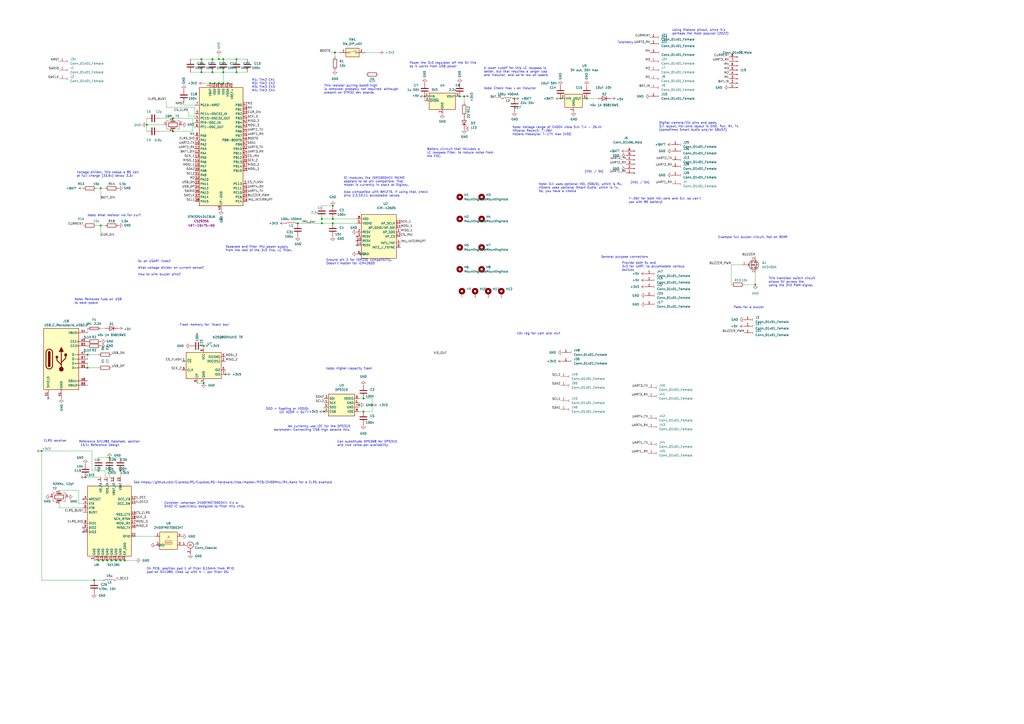
<source format=kicad_sch>
(kicad_sch (version 20211123) (generator eeschema)
  (paper "A2")
  (junction (at 186.69 127))
  (junction (at 325.12 57.15))
  (junction (at 129.54 48.26))
  (junction (at 186.69 129.54))
  (junction (at 246.38 55.88))
  (junction (at 137.16 41.91))
  (junction (at 129.54 34.29))
  (junction (at 208.28 234.95))
  (junction (at 137.16 34.29))
  (junction (at 62.23 325.12))
  (junction (at 130.81 217.17))
  (junction (at 129.54 41.91))
  (junction (at 72.39 325.12))
  (junction (at 210.82 238.76))
  (junction (at 187.96 238.76))
  (junction (at 63.5 265.43))
  (junction (at 193.04 119.38))
  (junction (at 54.61 336.55))
  (junction (at 193.04 129.54))
  (junction (at 193.04 127))
  (junction (at 123.19 41.91))
  (junction (at 67.31 325.12))
  (junction (at 57.15 273.05))
  (junction (at 69.85 325.12))
  (junction (at 69.85 273.05))
  (junction (at 118.11 200.66))
  (junction (at 116.84 41.91))
  (junction (at 269.24 55.88))
  (junction (at 50.8 205.74))
  (junction (at 64.77 325.12))
  (junction (at 63.5 273.05))
  (junction (at 124.46 48.26))
  (junction (at 59.69 325.12))
  (junction (at 123.19 34.29))
  (junction (at 194.31 30.48))
  (junction (at 85.09 72.39))
  (junction (at 340.36 57.15))
  (junction (at 438.15 165.1))
  (junction (at 215.9 234.95))
  (junction (at 49.53 276.86))
  (junction (at 116.84 34.29))
  (junction (at 57.15 325.12))
  (junction (at 127 48.26))
  (junction (at 127 34.29))
  (junction (at 298.45 57.15))
  (junction (at 121.92 48.26))
  (junction (at 50.8 213.36))
  (junction (at 172.72 129.54))
  (junction (at 118.11 222.25))
  (junction (at 100.33 68.58))
  (junction (at 132.08 48.26))
  (junction (at 100.33 76.2))
  (junction (at 58.42 130.81))
  (junction (at 24.13 261.62))
  (junction (at 210.82 231.14))
  (junction (at 266.7 55.88))
  (junction (at 58.42 109.22))
  (no_connect (at 48.26 289.56))
  (no_connect (at 48.26 308.61))
  (no_connect (at 48.26 306.07))
  (no_connect (at 27.94 231.14))
  (no_connect (at 207.01 137.16))
  (no_connect (at 207.01 139.7))
  (no_connect (at 207.01 142.24))
  (wire (pts (xy 191.77 30.48) (xy 194.31 30.48)))
  (wire (pts (xy 438.15 158.75) (xy 438.15 165.1)))
  (wire (pts (xy 111.76 73.66) (xy 111.76 76.2)))
  (wire (pts (xy 96.52 62.23) (xy 113.03 62.23)))
  (wire (pts (xy 50.8 205.74) (xy 50.8 208.28)))
  (wire (pts (xy 266.7 55.88) (xy 269.24 55.88)))
  (wire (pts (xy 186.69 129.54) (xy 193.04 129.54)))
  (wire (pts (xy 111.76 71.12) (xy 113.03 71.12)))
  (wire (pts (xy 34.29 294.64) (xy 48.26 294.64)))
  (wire (pts (xy 53.34 273.05) (xy 53.34 261.62)))
  (wire (pts (xy 116.84 34.29) (xy 123.19 34.29)))
  (wire (pts (xy 58.42 130.81) (xy 58.42 137.16)))
  (wire (pts (xy 212.09 30.48) (xy 219.71 30.48)))
  (wire (pts (xy 129.54 41.91) (xy 137.16 41.91)))
  (wire (pts (xy 96.52 58.42) (xy 96.52 62.23)))
  (wire (pts (xy 129.54 41.91) (xy 129.54 48.26)))
  (wire (pts (xy 424.18 153.67) (xy 430.53 153.67)))
  (wire (pts (xy 34.29 284.48) (xy 45.72 284.48)))
  (wire (pts (xy 55.88 130.81) (xy 58.42 130.81)))
  (wire (pts (xy 63.5 276.86) (xy 66.04 276.86)))
  (wire (pts (xy 187.96 236.22) (xy 187.96 238.76)))
  (wire (pts (xy 57.15 213.36) (xy 50.8 213.36)))
  (wire (pts (xy 34.29 292.1) (xy 34.29 294.64)))
  (wire (pts (xy 113.03 62.23) (xy 113.03 66.04)))
  (wire (pts (xy 127 48.26) (xy 129.54 48.26)))
  (wire (pts (xy 49.53 276.86) (xy 58.42 276.86)))
  (wire (pts (xy 57.15 325.12) (xy 59.69 325.12)))
  (wire (pts (xy 100.33 76.2) (xy 111.76 76.2)))
  (wire (pts (xy 85.09 72.39) (xy 85.09 76.2)))
  (wire (pts (xy 208.28 233.68) (xy 208.28 234.95)))
  (wire (pts (xy 55.88 109.22) (xy 58.42 109.22)))
  (wire (pts (xy 85.09 72.39) (xy 95.25 72.39)))
  (wire (pts (xy 63.5 273.05) (xy 63.5 276.86)))
  (wire (pts (xy 127 31.75) (xy 127 34.29)))
  (wire (pts (xy 106.68 60.96) (xy 106.68 59.69)))
  (wire (pts (xy 92.71 68.58) (xy 100.33 68.58)))
  (wire (pts (xy 123.19 41.91) (xy 129.54 41.91)))
  (wire (pts (xy 114.3 222.25) (xy 118.11 222.25)))
  (wire (pts (xy 172.72 129.54) (xy 186.69 129.54)))
  (wire (pts (xy 64.77 325.12) (xy 67.31 325.12)))
  (wire (pts (xy 137.16 41.91) (xy 143.51 41.91)))
  (wire (pts (xy 57.15 265.43) (xy 63.5 265.43)))
  (wire (pts (xy 193.04 127) (xy 207.01 127)))
  (wire (pts (xy 118.11 200.66) (xy 118.11 201.93)))
  (wire (pts (xy 194.31 30.48) (xy 196.85 30.48)))
  (wire (pts (xy 186.69 119.38) (xy 193.04 119.38)))
  (wire (pts (xy 53.34 261.62) (xy 24.13 261.62)))
  (wire (pts (xy 62.23 325.12) (xy 64.77 325.12)))
  (wire (pts (xy 85.09 68.58) (xy 85.09 72.39)))
  (wire (pts (xy 208.28 234.95) (xy 208.28 236.22)))
  (wire (pts (xy 215.9 234.95) (xy 215.9 238.76)))
  (wire (pts (xy 69.85 325.12) (xy 72.39 325.12)))
  (wire (pts (xy 129.54 48.26) (xy 132.08 48.26)))
  (wire (pts (xy 194.31 30.48) (xy 194.31 33.02)))
  (wire (pts (xy 72.39 325.12) (xy 78.74 325.12)))
  (wire (pts (xy 208.28 231.14) (xy 210.82 231.14)))
  (wire (pts (xy 58.42 130.81) (xy 60.96 130.81)))
  (wire (pts (xy 269.24 55.88) (xy 269.24 59.69)))
  (wire (pts (xy 67.31 325.12) (xy 69.85 325.12)))
  (wire (pts (xy 118.11 48.26) (xy 121.92 48.26)))
  (wire (pts (xy 45.72 284.48) (xy 45.72 292.1)))
  (wire (pts (xy 186.69 127) (xy 193.04 127)))
  (wire (pts (xy 210.82 238.76) (xy 215.9 238.76)))
  (wire (pts (xy 62.23 276.86) (xy 60.96 276.86)))
  (wire (pts (xy 186.69 127) (xy 186.69 129.54)))
  (wire (pts (xy 57.15 273.05) (xy 60.96 273.05)))
  (wire (pts (xy 130.81 214.63) (xy 130.81 217.17)))
  (wire (pts (xy 210.82 231.14) (xy 215.9 231.14)))
  (wire (pts (xy 208.28 238.76) (xy 210.82 238.76)))
  (wire (pts (xy 50.8 210.82) (xy 50.8 213.36)))
  (wire (pts (xy 124.46 48.26) (xy 127 48.26)))
  (wire (pts (xy 110.49 41.91) (xy 116.84 41.91)))
  (wire (pts (xy 58.42 190.5) (xy 60.96 190.5)))
  (wire (pts (xy 113.03 73.66) (xy 111.76 73.66)))
  (wire (pts (xy 431.8 165.1) (xy 438.15 165.1)))
  (wire (pts (xy 113.03 60.96) (xy 106.68 60.96)))
  (wire (pts (xy 24.13 336.55) (xy 54.61 336.55)))
  (wire (pts (xy 113.03 68.58) (xy 113.03 67.31)))
  (wire (pts (xy 54.61 325.12) (xy 57.15 325.12)))
  (wire (pts (xy 111.76 68.58) (xy 111.76 71.12)))
  (wire (pts (xy 92.71 76.2) (xy 100.33 76.2)))
  (wire (pts (xy 45.72 292.1) (xy 48.26 292.1)))
  (wire (pts (xy 58.42 109.22) (xy 60.96 109.22)))
  (wire (pts (xy 100.33 68.58) (xy 111.76 68.58)))
  (wire (pts (xy 129.54 34.29) (xy 137.16 34.29)))
  (wire (pts (xy 113.03 67.31) (xy 109.22 67.31)))
  (wire (pts (xy 60.96 276.86) (xy 60.96 273.05)))
  (wire (pts (xy 116.84 41.91) (xy 123.19 41.91)))
  (wire (pts (xy 110.49 34.29) (xy 116.84 34.29)))
  (wire (pts (xy 340.36 57.15) (xy 346.71 57.15)))
  (wire (pts (xy 63.5 265.43) (xy 69.85 265.43)))
  (wire (pts (xy 132.08 48.26) (xy 134.62 48.26)))
  (wire (pts (xy 137.16 34.29) (xy 143.51 34.29)))
  (wire (pts (xy 59.69 325.12) (xy 62.23 325.12)))
  (wire (pts (xy 57.15 273.05) (xy 53.34 273.05)))
  (wire (pts (xy 58.42 109.22) (xy 58.42 115.57)))
  (wire (pts (xy 54.61 336.55) (xy 59.69 336.55)))
  (wire (pts (xy 78.74 311.15) (xy 90.17 311.15)))
  (wire (pts (xy 121.92 48.26) (xy 124.46 48.26)))
  (wire (pts (xy 127 34.29) (xy 129.54 34.29)))
  (wire (pts (xy 69.85 273.05) (xy 69.85 276.86)))
  (wire (pts (xy 24.13 261.62) (xy 24.13 336.55)))
  (wire (pts (xy 50.8 193.04) (xy 50.8 190.5)))
  (wire (pts (xy 215.9 231.14) (xy 215.9 234.95)))
  (wire (pts (xy 123.19 34.29) (xy 127 34.29)))
  (wire (pts (xy 50.8 205.74) (xy 57.15 205.74)))
  (wire (pts (xy 193.04 129.54) (xy 207.01 129.54)))
  (wire (pts (xy 109.22 67.31) (xy 109.22 64.77)))
  (wire (pts (xy 246.38 55.88) (xy 246.38 58.42)))
  (wire (pts (xy 424.18 153.67) (xy 424.18 165.1)))
  (text "(HDL / SA)" (at 339.09 100.33 0) (effects (font (size 1.27 1.27)) (justify left bottom)))
  (text "todo: What resistor vls for cur?" (at 50.8 125.73 0) (effects (font (size 1.27 1.27)) (justify left bottom)))
  (text "Consider Johanson 2450FM07D0034T: It's a \n0402 IC specicially designed to filter this chip." (at 95.25 294.64 0) (effects (font (size 1.27 1.27)) (justify left bottom)))
  (text "5v on USART lines?\n" (at 80.01 152.4 0) (effects (font (size 1.27 1.27)) (justify left bottom)))
  (text "(HDL / SA)" (at 365.76 106.68 0) (effects (font (size 1.27 1.27)) (justify left bottom)))
  (text "Telemetry" (at 358.14 25.4 0) (effects (font (size 1.27 1.27)) (justify left bottom)))
  (text "How to wire buzzer pins?" (at 80.01 160.02 0) (effects (font (size 1.27 1.27)) (justify left bottom)))
  (text "M1: Tim2 Ch1\nM2: Tim2 Ch2\nM3: Tim3 Ch3\nM4: Tim3 Ch4" (at 146.05 53.34 0) (effects (font (size 1.27 1.27)) (justify left bottom)))
  (text "General purpose connectors" (at 375.92 149.86 180) (effects (font (size 1.27 1.27)) (justify right bottom)))
  (text "Voltage divider. This keeps a 8S cell\nat full charge (33.6v) below 3.3v" (at 44.45 102.87 0) (effects (font (size 1.27 1.27)) (justify left bottom)))
  (text "Battery cicrcuit that includes a\nLC lowpass filter, to reduce noise from\nthe ESC." (at 247.65 91.44 0) (effects (font (size 1.27 1.27)) (justify left bottom)))
  (text "Digital camera/Vtx pins and pads.\nDJI layout. Hd-zero layout is GND, Pwr, Rx, Tx,\n(sometimes Smart Audio and/or SBUS?)" (at 382.27 76.2 0) (effects (font (size 1.27 1.27)) (justify left bottom)))
  (text "todo: Higher capacity flash" (at 189.23 214.63 0) (effects (font (size 1.27 1.27)) (justify left bottom)))
  (text "Note: Removed fuse on USB\nto save space" (at 43.18 176.53 0) (effects (font (size 1.27 1.27)) (justify left bottom)))
  (text "On PCB, position pad 1 of filter 0.15mm from RFIO \npad on SX1280, lined up with it - per filter DS." (at 85.09 332.74 0) (effects (font (size 1.27 1.27)) (justify left bottom)))
  (text "Reference SX1280 Datsheet, section\n 15.1: Reference Design" (at 45.72 259.08 0) (effects (font (size 1.27 1.27)) (justify left bottom)))
  (text "We currently use I2C for the DPS310\nbarometer. Connecting CSB high selects this." (at 203.2 250.19 0) (effects (font (size 1.27 1.27)) (justify right bottom)))
  (text "Separate and filter IMU power supply\nfrom the rest of the 3v3 line. LC filter." (at 130.81 146.05 0) (effects (font (size 1.27 1.27)) (justify left bottom)))
  (text "This transisor switch circuit\nallows 5V across the,\nusing the 3V3 PWM signal." (at 445.77 166.37 0) (effects (font (size 1.27 1.27)) (justify left bottom)))
  (text "10v reg for cam and vtx?" (at 299.72 194.31 0) (effects (font (size 1.27 1.27)) (justify left bottom)))
  (text "Provide both 5v and \n3v3 for UART, to accomodate various\ndevices" (at 360.68 157.48 0) (effects (font (size 1.27 1.27)) (justify left bottom)))
  (text "todo: Check max v on inductor\n" (at 280.67 52.07 0) (effects (font (size 1.27 1.27)) (justify left bottom)))
  (text "ST modules like ISM330DHCX iNEMO\nappears to be pin compatible. That\nmodel is currently in stock at Digikey.\n\nAlso compatible with BMI270. If using that, check\npins 2,3,10,11 acceptable values\n" (at 199.39 114.3 0) (effects (font (size 1.27 1.27)) (justify left bottom)))
  (text "Example full buzzer circuit. Not on BOM!" (at 416.56 138.43 0) (effects (font (size 1.27 1.27)) (justify left bottom)))
  (text "This resistor pulling boot0 high\nis removed; probably not required, although\npresent on STM32 dev boards" (at 187.96 54.61 0) (effects (font (size 1.27 1.27)) (justify left bottom)))
  (text "See https://github.com/ExpressLRS/ExpressLRS-Hardware/tree/master/PCB/2400MHz/RX_Nano for a ELRS example" (at 77.47 280.67 0) (effects (font (size 1.27 1.27)) (justify left bottom)))
  (text "Ground pin 2 for ISM330 compatibility.\nDoesn't matter for ICM42605\n" (at 189.23 153.67 0) (effects (font (size 1.27 1.27)) (justify left bottom)))
  (text "Using Diatone pinout, since it's\nperhaps the most popular (2022)" (at 389.89 20.32 0) (effects (font (size 1.27 1.27)) (justify left bottom)))
  (text "What voltage divider on current sense?\n" (at 80.01 156.21 0) (effects (font (size 1.27 1.27)) (justify left bottom)))
  (text "A lower cutoff for this LC lowpass is\nbetter, but that requires a larger cap\nand inductor, and we're low on space." (at 280.67 44.45 0) (effects (font (size 1.27 1.27)) (justify left bottom)))
  (text "Flash memory for \"black box\"" (at 104.14 189.23 0) (effects (font (size 1.27 1.27)) (justify left bottom)))
  (text "Note: Voltage range of CADDX vista DJI: 7.4 - 26.4V\nHDzero: Racev2: 7-26V\nHdzero freestyle: 7-17V max (4S!)" (at 297.18 78.74 0) (effects (font (size 1.27 1.27)) (justify left bottom)))
  (text "ELRS receiver\n" (at 25.4 256.54 0) (effects (font (size 1.27 1.27)) (justify left bottom)))
  (text "Note: DJI uses optional HDL (SBUS), which is Rx.\nHDzero uses optional Smart Audio, which is Tx.\nSo, you have a choice" (at 312.42 111.76 0) (effects (font (size 1.27 1.27)) (justify left bottom)))
  (text "Pads for a buzzer" (at 443.23 179.07 180) (effects (font (size 1.27 1.27)) (justify right bottom)))
  (text "Can substitude DPS368 for DPS310\nand vice versa per availability" (at 195.58 259.08 0) (effects (font (size 1.27 1.27)) (justify left bottom)))
  (text "SDO = floating or VDDIO:\nI2C ADDR = 0x77" (at 179.07 240.03 180) (effects (font (size 1.27 1.27)) (justify right bottom)))
  (text "Power the 3v3 regulator off the 5V line\nso it works from USB power" (at 237.49 39.37 0) (effects (font (size 1.27 1.27)) (justify left bottom)))
  (text "7-26V for both HD-zero and DJI, so can't \nuse with 8S battery!" (at 364.49 118.11 0) (effects (font (size 1.27 1.27)) (justify left bottom)))
  (label "SDA1" (at 143.51 83.82 0))
  (label "M3" (at 377.19 35.56 180))
  (label "VID_OUT" (at 251.46 205.74 0))
  (label "V_DCC2" (at 67.31 336.55 0))
  (label "M2" (at 113.03 104.14 180))
  (label "M2" (at 422.91 43.18 180))
  (label "IMU_INTERRUPT" (at 232.41 140.97 0))
  (label "MOSI_2" (at 143.51 99.06 0))
  (label "SWCLK" (at 113.03 114.3 180))
  (label "CUR_DIV" (at 143.51 66.04 0))
  (label "MISO_3" (at 143.51 71.12 0))
  (label "UART2_RX" (at 363.22 95.25 180))
  (label "USB_DP" (at 113.03 109.22 180))
  (label "M3" (at 143.51 60.96 0))
  (label "M4" (at 377.19 30.48 180))
  (label "UART3_RX" (at 375.92 229.87 180))
  (label "M3" (at 422.91 40.64 180))
  (label "IMU_INTERRUPT" (at 143.51 116.84 0))
  (label "BUZZER_PWM" (at 143.51 114.3 0))
  (label "MOSI_3" (at 78.74 303.53 0))
  (label "CURRENT" (at 422.91 33.02 180))
  (label "MOSI_3" (at 143.51 73.66 0))
  (label "UART4_RX" (at 143.51 109.22 0))
  (label "ELRS_BUSY" (at 48.26 297.18 180))
  (label "SCL2" (at 187.96 233.68 180))
  (label "M4" (at 422.91 38.1 180))
  (label "UART1_RX" (at 143.51 78.74 0))
  (label "MISO_2" (at 143.51 96.52 0))
  (label "M1" (at 377.19 45.72 180))
  (label "USB_DP" (at 64.77 213.36 0))
  (label "UART2_RX" (at 113.03 86.36 180))
  (label "UART3_TX" (at 143.51 86.36 0))
  (label "BAT_IN" (at 290.83 57.15 180))
  (label "UART4_TX" (at 143.51 111.76 0))
  (label "SDA1" (at 325.12 237.49 180))
  (label "SCK_3" (at 143.51 68.58 0))
  (label "UART3_RX" (at 422.91 35.56 180))
  (label "UART4_RX" (at 375.92 247.65 180))
  (label "BATT_DIV" (at 113.03 88.9 180))
  (label "V_DCC2" (at 78.74 292.1 0))
  (label "UART1_TX" (at 375.92 257.81 180))
  (label "SCK_1" (at 232.41 129.54 0))
  (label "CS_IMU" (at 232.41 137.16 0))
  (label "ELRS_DIO" (at 48.26 303.53 180))
  (label "SCK_3" (at 78.74 300.99 0))
  (label "BUZZER" (at 438.15 148.59 180))
  (label "CS_FLASH" (at 143.51 106.68 0))
  (label "UART3_TX" (at 375.92 224.79 180))
  (label "NRST" (at 34.29 35.56 180))
  (label "SCK_2" (at 143.51 93.98 0))
  (label "SCL2" (at 325.12 218.44 180))
  (label "MISO_2" (at 130.81 209.55 0))
  (label "UART2_TX" (at 363.22 92.71 180))
  (label "M1" (at 113.03 78.74 180))
  (label "BATT_DIV" (at 58.42 115.57 0))
  (label "BAT_IN" (at 422.91 48.26 180))
  (label "NRST" (at 106.68 60.96 180))
  (label "UART2_RX" (at 389.89 96.52 180))
  (label "SCL2" (at 113.03 101.6 180))
  (label "CS_ELRS" (at 78.74 298.45 0))
  (label "UART3_RX" (at 143.51 88.9 0))
  (label "UART4_TX" (at 375.92 242.57 180))
  (label "MISO_1" (at 113.03 93.98 180))
  (label "MISO_1" (at 232.41 134.62 0))
  (label "UART2_TX" (at 389.89 92.71 180))
  (label "ELRS_BUSY" (at 96.52 58.42 180))
  (label "SCK_1" (at 113.03 91.44 180))
  (label "SWCLK" (at 34.29 45.72 180))
  (label "V_DCC" (at 78.74 289.56 0))
  (label "BOOT0" (at 143.51 81.28 0))
  (label "SWDIO" (at 113.03 111.76 180))
  (label "USB_DN" (at 113.03 106.68 180))
  (label "CS_FLASH" (at 105.41 209.55 180))
  (label "M4" (at 143.51 63.5 0))
  (label "SDA2" (at 187.96 231.14 180))
  (label "CURRENT" (at 48.26 130.81 180))
  (label "UART1_RX" (at 375.92 262.89 180))
  (label "UART1_RX" (at 389.89 106.68 180))
  (label "UART1_RX" (at 363.22 100.33 180))
  (label "SCL1" (at 325.12 232.41 180))
  (label "M2" (at 377.19 40.64 180))
  (label "UART1_TX" (at 143.51 76.2 0))
  (label "MOSI_2" (at 130.81 207.01 0))
  (label "MISO_3" (at 78.74 306.07 0))
  (label "ELRS_DIO" (at 113.03 81.28 180))
  (label "CS_ELRS" (at 109.22 64.77 180))
  (label "IMU_pwr" (at 175.26 129.54 0))
  (label "USB_DN" (at 64.77 205.74 0))
  (label "BUZZER_PWM" (at 424.18 153.67 180))
  (label "SWDIO" (at 34.29 40.64 180))
  (label "SCL1" (at 113.03 116.84 180))
  (label "M1" (at 422.91 45.72 180))
  (label "UART2_TX" (at 113.03 83.82 180))
  (label "SDA2" (at 113.03 99.06 180))
  (label "BUZZER_PWM" (at 431.8 193.04 180))
  (label "BAT_IN" (at 377.19 50.8 180))
  (label "MOSI_1" (at 113.03 96.52 180))
  (label "SCK_2" (at 105.41 214.63 180))
  (label "MOSI_1" (at 232.41 132.08 0))
  (label "BOOT0" (at 191.77 30.48 180))
  (label "CURRENT" (at 377.19 21.59 180))
  (label "SDA2" (at 325.12 223.52 180))
  (label "CS_IMU" (at 143.51 91.44 0))
  (label "CUR_DIV" (at 58.42 137.16 0))
  (label "UART3_RX" (at 377.19 25.4 180))
  (symbol (lib_id "power:GND") (at 431.8 185.42 270) (unit 1)
    (property "Reference" "#PWR0164" (effects hide))
    (property "Value" "GND" (at 424.18 185.42 90) (effects (justify left)))
  )
  (symbol (lib_id "Anyleaf_Shared:STM32G431CBU6") (at 128.27 83.82 0) (unit 1)
    (property "Reference" "U1" (at 128.27 127 0))
    (property "Value" "STM32G431CBU6" (at 116.84 125.73 0))
    (property "Footprint" "Package_DFN_QFN:QFN-48-1EP_7x7mm_P0.5mm_EP5.6x5.6mm" (effects hide))
    (property "Datasheet" "https://www.st.com/resource/en/datasheet/stm32g431cb.pdf" (effects hide))
    (property "LCSC" "C529356" (at 116.84 128.27 0))
    (property "Digikey" "497-19475-ND" (at 116.84 130.81 0))
  )
  (symbol (lib_id "Connector:Conn_01x01_Female") (at 381 224.79 0) (unit 1)
    (property "Reference" "J40" (at 382.27 223.5199 0) (effects (justify left)))
    (property "Value" "Conn_01x01_Female" (at 382.27 226.0599 0) (effects (justify left)))
    (property "Footprint" "TestPoint:TestPoint_Pad_2.0x2.0mm" (effects hide))
  )
  (symbol (lib_id "Device:R") (at 60.96 213.36 90) (unit 1)
    (property "Reference" "R5" (at 59.69 209.55 0))
    (property "Value" "22" (at 62.23 209.55 0))
    (property "Footprint" "Resistor_SMD:R_0402_1005Metric" (effects hide))
    (property "LCSC" "C25092" (effects hide))
  )
  (symbol (lib_id "power:GND") (at 332.74 64.77 0) (unit 1)
    (property "Reference" "#PWR0146" (effects hide))
    (property "Value" "GND" (at 332.867 69.1642 0))
  )
  (symbol (lib_id "power:+5V") (at 374.65 158.75 90) (unit 1)
    (property "Reference" "#PWR0144" (effects hide))
    (property "Value" "+5V" (at 370.84 158.7499 90) (effects (justify left)))
  )
  (symbol (lib_id "Device:C") (at 106.68 55.88 0) (unit 1)
    (property "Reference" "C18" (at 110.49 54.6099 0) (effects (justify left)))
    (property "Value" "100n" (at 109.22 57.15 0) (effects (justify left)))
    (property "Footprint" "Capacitor_SMD:C_0402_1005Metric" (effects hide))
    (property "LCSC" "C1525" (effects hide))
  )
  (symbol (lib_id "Device:C") (at 340.36 53.34 0) (unit 1)
    (property "Reference" "C15" (at 334.01 50.8 0) (effects (justify left)))
    (property "Value" "10uF 10V" (at 345.44 50.8 0) (effects (justify left)))
    (property "Footprint" "Capacitor_SMD:C_0603_1608Metric" (effects hide))
    (property "LCSC" "C19702" (effects hide))
  )
  (symbol (lib_id "Device:C") (at 172.72 133.35 180) (unit 1)
    (property "Reference" "C31" (at 170.18 134.62 0) (effects (justify left)))
    (property "Value" "100u" (at 170.18 137.16 0) (effects (justify left)))
    (property "Footprint" "Capacitor_SMD:C_0805_2012Metric" (effects hide))
    (property "LCSC" "C141660" (effects hide))
  )
  (symbol (lib_id "Connector:Conn_01x01_Female") (at 379.73 162.56 0) (unit 1)
    (property "Reference" "J16" (at 381 161.2899 0) (effects (justify left)))
    (property "Value" "Conn_01x01_Female" (at 381 163.8299 0) (effects (justify left)))
    (property "Footprint" "TestPoint:TestPoint_Pad_2.0x2.0mm" (effects hide))
  )
  (symbol (lib_id "Device:C") (at 210.82 227.33 0) (unit 1)
    (property "Reference" "C2" (at 214.63 226.0599 0) (effects (justify left)))
    (property "Value" "100n" (at 212.09 229.87 0) (effects (justify left)))
    (property "Footprint" "Capacitor_SMD:C_0402_1005Metric" (effects hide))
    (property "LCSC" "C1525" (effects hide))
  )
  (symbol (lib_id "Device:C") (at 57.15 269.24 0) (unit 1)
    (property "Reference" "C28" (at 54.61 271.78 0) (effects (justify left)))
    (property "Value" "10n" (at 54.61 266.7 0) (effects (justify left)))
    (property "Footprint" "Capacitor_SMD:C_0402_1005Metric" (effects hide))
    (property "LCSC" "C15195" (effects hide))
  )
  (symbol (lib_id "Connector:Conn_01x01_Female") (at 394.97 92.71 0) (unit 1)
    (property "Reference" "J13" (at 396.24 91.4399 0) (effects (justify left)))
    (property "Value" "Conn_01x01_Female" (at 396.24 93.9799 0) (effects (justify left)))
    (property "Footprint" "TestPoint:TestPoint_Pad_1.5x1.5mm" (effects hide))
  )
  (symbol (lib_id "power:GND") (at 389.89 101.6 270) (unit 1)
    (property "Reference" "#PWR0113" (effects hide))
    (property "Value" "GND" (at 386.08 101.5999 90) (effects (justify right)))
  )
  (symbol (lib_id "Device:L") (at 63.5 336.55 90) (unit 1)
    (property "Reference" "L3" (at 63.5 337.82 90))
    (property "Value" "15u" (at 63.5 334.01 90))
    (property "Footprint" "Inductor_SMD:L_0805_2012Metric" (effects hide))
    (property "LCSC" "C154120" (effects hide))
  )
  (symbol (lib_id "Switch:SW_DIP_x01") (at 204.47 30.48 0) (unit 1)
    (property "Reference" "SW1" (at 204.47 22.86 0))
    (property "Value" "SW_DIP_x01" (at 204.47 25.4 0))
    (property "Footprint" "Anyleaf_Shared:SW-SMD-2_3.6x6.0x8.0" (effects hide))
    (property "LCSC" "C354946" (effects hide))
  )
  (symbol (lib_id "power:GND") (at 326.39 204.47 270) (unit 1)
    (property "Reference" "#PWR0145" (effects hide))
    (property "Value" "GND" (at 322.58 204.4699 90) (effects (justify right)))
  )
  (symbol (lib_id "power:+BATT") (at 298.45 57.15 270) (unit 1)
    (property "Reference" "#PWR0125" (effects hide))
    (property "Value" "+BATT" (at 302.26 57.15 90) (effects (justify left)))
  )
  (symbol (lib_id "power:+3V3") (at 219.71 30.48 270) (unit 1)
    (property "Reference" "#PWR0116" (effects hide))
    (property "Value" "+3V3" (at 223.52 30.4799 90) (effects (justify left)))
  )
  (symbol (lib_id "Connector:Conn_01x01_Female") (at 331.47 209.55 0) (unit 1)
    (property "Reference" "J30" (at 332.74 208.2799 0) (effects (justify left)))
    (property "Value" "Conn_01x01_Female" (at 332.74 210.8199 0) (effects (justify left)))
    (property "Footprint" "TestPoint:TestPoint_Pad_2.0x2.0mm" (effects hide))
  )
  (symbol (lib_id "Device:Fuse") (at 54.61 190.5 270) (unit 1)
    (property "Reference" "F1" (at 54.61 185.4962 90))
    (property "Value" "6V, 2.2A" (at 54.61 187.8076 90))
    (property "Footprint" "Fuse:Fuse_0805_2012Metric" (effects hide))
    (property "LCSC" "C70062" (effects hide))
  )
  (symbol (lib_id "power:GND") (at 54.61 344.17 0) (unit 1)
    (property "Reference" "#PWR0153" (effects hide))
    (property "Value" "GND" (at 57.15 345.4399 0) (effects (justify left)))
  )
  (symbol (lib_id "Anyleaf_Shared:ICM-42605") (at 219.71 134.62 0) (unit 1)
    (property "Reference" "U2" (at 222.25 118.11 0) (effects (justify left)))
    (property "Value" "ICM-42605" (at 218.44 120.65 0) (effects (justify left)))
    (property "Footprint" "Package_LGA:LGA-14_3x2.5mm_P0.5mm_LayoutBorder3x4y" (effects hide))
    (property "Datasheet" "https://3cfeqx1hf82y3xcoull08ihx-wpengine.netdna-ssl.com/wp-content/uploads/2020/09/DS-000292-ICM-42605-v1.5.pdf" (effects hide))
    (property "Digikey" "1428-1152-2-ND" (effects hide))
    (property "Mouser" "410-ICM-42605" (effects hide))
    (property "LCSC" "C2655099" (effects hide))
    (property "Digikey_ST_alt" "497-19784-1-ND" (effects hide))
  )
  (symbol (lib_id "Connector:Conn_01x01_Female") (at 382.27 55.88 0) (unit 1)
    (property "Reference" "J10" (at 383.54 54.6099 0) (effects (justify left)))
    (property "Value" "Conn_01x01_Female" (at 383.54 57.1499 0) (effects (justify left)))
    (property "Footprint" "TestPoint:TestPoint_Pad_2.0x2.0mm" (effects hide))
  )
  (symbol (lib_id "power:GND") (at 29.21 288.29 270) (unit 1)
    (property "Reference" "#PWR0136" (effects hide))
    (property "Value" "GND" (at 25.4 290.83 90) (effects (justify left)))
  )
  (symbol (lib_id "power:+3.3V") (at 130.81 217.17 270) (unit 1)
    (property "Reference" "#PWR0166" (effects hide))
    (property "Value" "+3.3V" (at 134.62 217.1699 90) (effects (justify left)))
  )
  (symbol (lib_id "power:+BATT") (at 325.12 57.15 90) (unit 1)
    (property "Reference" "#PWR0150" (effects hide))
    (property "Value" "+BATT" (at 321.31 57.1499 90) (effects (justify left)))
  )
  (symbol (lib_id "Connector:Conn_01x01_Female") (at 436.88 189.23 0) (unit 1)
    (property "Reference" "J37" (at 438.15 187.9599 0) (effects (justify left)))
    (property "Value" "Conn_01x01_Female" (at 438.15 190.4999 0) (effects (justify left)))
    (property "Footprint" "TestPoint:TestPoint_Pad_1.5x1.5mm" (effects hide))
  )
  (symbol (lib_id "Filter:SAFFA1G58KA0F0A") (at 97.79 313.69 0) (unit 1)
    (property "Reference" "U6" (at 97.79 303.53 0))
    (property "Value" "2450FM07D0034T" (at 97.79 306.07 0))
    (property "Footprint" "Anyleaf_Shared:2450FM07D0034" (effects hide))
    (property "Datasheet" "https://www.mouser.com/datasheet/2/611/2450FM07D0034-1519359.pdf" (effects hide))
    (property "Mouser" "609-2450FM07D0034T" (effects hide))
    (property "Alt part number:" "2450FM07A0029T" (effects hide))
  )
  (symbol (lib_id "Mechanical:MountingHole_Pad") (at 283.21 170.18 0) (unit 1)
    (property "Reference" "H11" (at 285.75 167.6399 0) (effects (justify left)))
    (property "Value" "MountingHole_Pad" (effects hide))
    (property "Footprint" "Anyleaf_Shared:Mouse bites_7mm" (effects hide))
  )
  (symbol (lib_id "Device:C") (at 246.38 52.07 0) (unit 1)
    (property "Reference" "C7" (at 240.03 49.53 0) (effects (justify left)))
    (property "Value" "1u 50V" (at 236.22 52.07 0) (effects (justify left)))
    (property "Footprint" "Capacitor_SMD:C_0603_1608Metric" (effects hide))
    (property "LCSC" "C15849" (effects hide))
  )
  (symbol (lib_id "power:GND") (at 172.72 137.16 0) (unit 1)
    (property "Reference" "#PWR0170" (effects hide))
    (property "Value" "GND" (at 172.847 141.5542 0))
  )
  (symbol (lib_id "Connector:Conn_01x01_Female") (at 331.47 204.47 0) (unit 1)
    (property "Reference" "J48" (at 332.74 203.1999 0) (effects (justify left)))
    (property "Value" "Conn_01x01_Female" (at 332.74 205.7399 0) (effects (justify left)))
    (property "Footprint" "TestPoint:TestPoint_Pad_2.0x2.0mm" (effects hide))
  )
  (symbol (lib_id "power:+3.3V") (at 269.24 55.88 270) (unit 1)
    (property "Reference" "#PWR0119" (effects hide))
    (property "Value" "+3.3V" (at 273.6342 56.261 0))
  )
  (symbol (lib_id "Mechanical:MountingHole") (at 279.4 143.51 0) (unit 1)
    (property "Reference" "H7" (at 281.94 142.2399 0) (effects (justify left)))
    (property "Value" "MountingHole" (at 281.94 144.7799 0) (effects (justify left)))
    (property "Footprint" "MountingHole:MountingHole_3.2mm_M3" (effects hide))
  )
  (symbol (lib_id "power:+5V") (at 374.65 162.56 90) (unit 1)
    (property "Reference" "#PWR0162" (effects hide))
    (property "Value" "+5V" (at 370.84 162.5599 90) (effects (justify left)))
  )
  (symbol (lib_id "power:+3.3V") (at 215.9 234.95 270) (unit 1)
    (property "Reference" "#PWR0107" (effects hide))
    (property "Value" "+3.3V" (at 219.71 234.9499 90) (effects (justify left)))
  )
  (symbol (lib_id "power:GND") (at 194.31 40.64 0) (unit 1)
    (property "Reference" "#PWR0115" (effects hide))
    (property "Value" "GND" (at 194.31 45.72 0))
  )
  (symbol (lib_id "Device:C") (at 110.49 38.1 0) (unit 1)
    (property "Reference" "C16" (at 114.3 36.8299 0) (effects (justify left)))
    (property "Value" "100n" (at 113.03 39.37 0) (effects (justify left)))
    (property "Footprint" "Capacitor_SMD:C_0402_1005Metric" (effects hide))
    (property "LCSC" "C1525" (effects hide))
  )
  (symbol (lib_id "power:GND") (at 207.01 134.62 270) (unit 1)
    (property "Reference" "#PWR0109" (effects hide))
    (property "Value" "GND" (at 203.2 132.08 90) (effects (justify left)))
  )
  (symbol (lib_id "Connector:Conn_01x01_Female") (at 381 242.57 0) (unit 1)
    (property "Reference" "J42" (at 382.27 241.2999 0) (effects (justify left)))
    (property "Value" "Conn_01x01_Female" (at 382.27 243.8399 0) (effects (justify left)))
    (property "Footprint" "TestPoint:TestPoint_Pad_2.0x2.0mm" (effects hide))
  )
  (symbol (lib_id "power:GND") (at 39.37 288.29 90) (unit 1)
    (property "Reference" "#PWR0131" (effects hide))
    (property "Value" "GND" (at 40.64 290.83 90) (effects (justify right)))
  )
  (symbol (lib_id "Mechanical:MountingHole") (at 279.4 156.21 0) (unit 1)
    (property "Reference" "H8" (at 281.94 154.9399 0) (effects (justify left)))
    (property "Value" "MountingHole" (at 281.94 157.4799 0) (effects (justify left)))
    (property "Footprint" "MountingHole:MountingHole_3.2mm_M3" (effects hide))
  )
  (symbol (lib_id "power:+BATT") (at 363.22 87.63 90) (unit 1)
    (property "Reference" "#PWR0177" (effects hide))
    (property "Value" "+BATT" (at 359.41 87.6299 90) (effects (justify left)))
  )
  (symbol (lib_id "Mechanical:MountingHole") (at 266.7 143.51 0) (unit 1)
    (property "Reference" "H5" (at 269.24 142.2399 0) (effects (justify left)))
    (property "Value" "MountingHole" (at 269.24 144.7799 0) (effects (justify left)))
    (property "Footprint" "MountingHole:MountingHole_3.2mm_M3" (effects hide))
  )
  (symbol (lib_id "Device:C") (at 54.61 340.36 0) (unit 1)
    (property "Reference" "C26" (at 58.42 339.0899 0) (effects (justify left)))
    (property "Value" "470n, 10V" (at 57.15 341.63 0) (effects (justify left)))
    (property "Footprint" "Capacitor_SMD:C_0402_1005Metric" (effects hide))
    (property "LCSC" "C47339" (effects hide))
  )
  (symbol (lib_id "power:+BATT") (at 48.26 109.22 90) (unit 1)
    (property "Reference" "#PWR0169" (effects hide))
    (property "Value" "+BATT" (at 44.45 109.22 90) (effects (justify left)))
  )
  (symbol (lib_id "power:+3.3V") (at 187.96 238.76 90) (unit 1)
    (property "Reference" "#PWR0122" (effects hide))
    (property "Value" "+3.3V" (at 179.07 238.76 90) (effects (justify right)))
  )
  (symbol (lib_id "Anyleaf_Shared:SX1281") (at 63.5 304.8 0) (unit 1)
    (property "Reference" "U8" (at 54.61 327.66 0) (effects (justify left)))
    (property "Value" "SX1281" (at 62.23 327.66 0) (effects (justify left)))
    (property "Footprint" "Package_DFN_QFN:QFN-24-1EP_4x4mm_P0.5mm_EP2.6x2.6mm" (effects hide))
    (property "Datasheet" "https://semtech.my.salesforce.com/sfc/p/#E0000000JelG/a/2R0000001Rbr/6EfVZUorrpoKFfvaF_Fkpgp5kzjiNyiAbqcpqh9qSjE" (effects hide))
    (property "Digikey" "SX1281IMLTRTTR-ND" (effects hide))
    (property "LCSC" "C2151551" (effects hide))
  )
  (symbol (lib_id "power:GND") (at 208.28 234.95 90) (unit 1)
    (property "Reference" "#PWR0108" (effects hide))
    (property "Value" "GND" (at 212.09 234.9499 90) (effects (justify right)))
  )
  (symbol (lib_id "Device:R") (at 52.07 109.22 270) (unit 1)
    (property "Reference" "R13" (at 46.99 106.68 90))
    (property "Value" "15k" (at 55.88 106.68 90))
    (property "Footprint" "Resistor_SMD:R_0402_1005Metric" (effects hide))
    (property "LCSC" "C25756" (effects hide))
  )
  (symbol (lib_id "Device:C") (at 186.69 123.19 0) (unit 1)
    (property "Reference" "C1" (at 184.15 120.65 0) (effects (justify left)))
    (property "Value" "2.2u" (at 180.34 123.19 0) (effects (justify left)))
    (property "Footprint" "Capacitor_SMD:C_0402_1005Metric" (effects hide))
    (property "LCSC" "C12530" (effects hide))
  )
  (symbol (lib_id "power:GND") (at 340.36 49.53 180) (unit 1)
    (property "Reference" "#PWR0148" (effects hide))
    (property "Value" "GND" (at 340.233 46.2788 90) (effects (justify right)))
  )
  (symbol (lib_id "power:GND") (at 193.04 137.16 0) (unit 1)
    (property "Reference" "#PWR0102" (effects hide))
    (property "Value" "GND" (at 195.58 138.4299 0) (effects (justify left)))
  )
  (symbol (lib_id "Connector:Conn_01x01_Female") (at 330.2 237.49 0) (unit 1)
    (property "Reference" "J46" (at 331.47 236.2199 0) (effects (justify left)))
    (property "Value" "Conn_01x01_Female" (at 331.47 238.7599 0) (effects (justify left)))
    (property "Footprint" "TestPoint:TestPoint_Pad_2.0x2.0mm" (effects hide))
  )
  (symbol (lib_id "power:GND") (at 78.74 325.12 90) (unit 1)
    (property "Reference" "#PWR0173" (effects hide))
    (property "Value" "GND" (at 82.55 325.1199 90) (effects (justify right)))
  )
  (symbol (lib_id "Connector:Conn_01x01_Female") (at 382.27 25.4 0) (unit 1)
    (property "Reference" "J22" (at 383.54 24.1299 0) (effects (justify left)))
    (property "Value" "Conn_01x01_Female" (at 383.54 26.6699 0) (effects (justify left)))
    (property "Footprint" "TestPoint:TestPoint_Pad_2.0x2.0mm" (effects hide))
  )
  (symbol (lib_id "Device:C") (at 193.04 133.35 0) (unit 1)
    (property "Reference" "C4" (at 196.85 132.0799 0) (effects (justify left)))
    (property "Value" "10n" (at 194.31 135.89 0) (effects (justify left)))
    (property "Footprint" "Capacitor_SMD:C_0402_1005Metric" (effects hide))
    (property "LCSC" "C15195" (effects hide))
  )
  (symbol (lib_id "Device:C") (at 69.85 269.24 0) (unit 1)
    (property "Reference" "C30" (at 69.85 266.7 0) (effects (justify left)))
    (property "Value" "100n" (at 68.58 271.78 0) (effects (justify left)))
    (property "Footprint" "Capacitor_SMD:C_0402_1005Metric" (effects hide))
    (property "LCSC" "C1525" (effects hide))
  )
  (symbol (lib_id "Connector:Conn_01x01_Female") (at 330.2 223.52 0) (unit 1)
    (property "Reference" "J50" (at 331.47 222.2499 0) (effects (justify left)))
    (property "Value" "Conn_01x01_Female" (at 331.47 224.7899 0) (effects (justify left)))
    (property "Footprint" "TestPoint:TestPoint_Pad_2.0x2.0mm" (effects hide))
  )
  (symbol (lib_id "power:GND") (at 374.65 176.53 270) (unit 1)
    (property "Reference" "#PWR0161" (effects hide))
    (property "Value" "GND" (at 370.84 176.5299 90) (effects (justify right)))
  )
  (symbol (lib_id "Connector:Conn_01x01_Female") (at 382.27 21.59 0) (unit 1)
    (property "Reference" "J21" (at 383.54 20.3199 0) (effects (justify left)))
    (property "Value" "Conn_01x01_Female" (at 383.54 22.8599 0) (effects (justify left)))
    (property "Footprint" "TestPoint:TestPoint_Pad_2.0x2.0mm" (effects hide))
  )
  (symbol (lib_id "power:GND") (at 298.45 64.77 0) (unit 1)
    (property "Reference" "#PWR0167" (effects hide))
    (property "Value" "GND" (at 298.577 69.1642 0))
  )
  (symbol (lib_id "Device:Crystal_GND24") (at 100.33 72.39 270) (unit 1)
    (property "Reference" "Y1" (at 102.87 67.31 90))
    (property "Value" "16M" (at 97.79 67.31 90))
    (property "Footprint" "Crystal:Crystal_SMD_2016-4Pin_2.0x1.6mm" (effects hide))
    (property "Datasheet" "https://datasheet.lcsc.com/lcsc/1912111437_HELE-Harmony-Elec-X2C016000B81H-R_C254300.pdf" (effects hide))
    (property "LCSC" "C254300" (effects hide))
  )
  (symbol (lib_id "power:GND") (at 422.91 50.8 270) (unit 1)
    (property "Reference" "#PWR0127" (effects hide))
    (property "Value" "GND" (at 419.1 50.7999 90) (effects (justify right)))
  )
  (symbol (lib_id "Connector:Conn_01x01_Female") (at 381 247.65 0) (unit 1)
    (property "Reference" "J43" (at 382.27 246.3799 0) (effects (justify left)))
    (property "Value" "Conn_01x01_Female" (at 382.27 248.9199 0) (effects (justify left)))
    (property "Footprint" "TestPoint:TestPoint_Pad_2.0x2.0mm" (effects hide))
  )
  (symbol (lib_id "Connector:Conn_01x01_Female") (at 39.37 45.72 0) (unit 1)
    (property "Reference" "J2" (at 40.64 44.4499 0) (effects (justify left)))
    (property "Value" "Conn_01x01_Female" (at 40.64 46.9899 0) (effects (justify left)))
    (property "Footprint" "TestPoint:TestPoint_Pad_1.0x1.0mm" (effects hide))
  )
  (symbol (lib_id "power:GND") (at 374.65 171.45 270) (unit 1)
    (property "Reference" "#PWR0141" (effects hide))
    (property "Value" "GND" (at 370.84 171.4499 90) (effects (justify right)))
  )
  (symbol (lib_id "Connector:Conn_01x01_Female") (at 381 229.87 0) (unit 1)
    (property "Reference" "J41" (at 382.27 228.5999 0) (effects (justify left)))
    (property "Value" "Conn_01x01_Female" (at 382.27 231.1399 0) (effects (justify left)))
    (property "Footprint" "TestPoint:TestPoint_Pad_2.0x2.0mm" (effects hide))
  )
  (symbol (lib_id "Device:R") (at 64.77 109.22 270) (unit 1)
    (property "Reference" "R14" (at 64.77 106.68 90))
    (property "Value" "1.5k" (at 71.12 106.68 90))
    (property "Footprint" "Resistor_SMD:R_0402_1005Metric" (effects hide))
    (property "LCSC" "C25867" (effects hide))
  )
  (symbol (lib_id "Connector:Conn_01x01_Female") (at 330.2 218.44 0) (unit 1)
    (property "Reference" "J49" (at 331.47 217.1699 0) (effects (justify left)))
    (property "Value" "Conn_01x01_Female" (at 331.47 219.7099 0) (effects (justify left)))
    (property "Footprint" "TestPoint:TestPoint_Pad_2.0x2.0mm" (effects hide))
  )
  (symbol (lib_id "Connector:Conn_01x01_Female") (at 394.97 83.82 0) (unit 1)
    (property "Reference" "J25" (at 396.24 82.5499 0) (effects (justify left)))
    (property "Value" "Conn_01x01_Female" (at 396.24 85.0899 0) (effects (justify left)))
    (property "Footprint" "TestPoint:TestPoint_Pad_1.5x1.5mm" (effects hide))
  )
  (symbol (lib_id "power:GND") (at 90.17 316.23 270) (unit 1)
    (property "Reference" "#PWR0138" (effects hide))
    (property "Value" "GND" (at 91.44 316.2299 90) (effects (justify left)))
  )
  (symbol (lib_id "power:GND") (at 105.41 72.39 90) (unit 1)
    (property "Reference" "#PWR0124" (effects hide))
    (property "Value" "GND" (at 108.6612 72.263 90) (effects (justify right)))
  )
  (symbol (lib_id "Connector:Conn_01x01_Female") (at 382.27 50.8 0) (unit 1)
    (property "Reference" "J9" (at 383.54 49.5299 0) (effects (justify left)))
    (property "Value" "Conn_01x01_Female" (at 383.54 52.0699 0) (effects (justify left)))
    (property "Footprint" "TestPoint:TestPoint_Pad_2.0x2.0mm" (effects hide))
  )
  (symbol (lib_id "power:GND") (at 377.19 55.88 270) (unit 1)
    (property "Reference" "#PWR0133" (effects hide))
    (property "Value" "GND" (at 373.38 55.8799 90) (effects (justify right)))
  )
  (symbol (lib_id "power:GND") (at 269.24 74.93 0) (unit 1)
    (property "Reference" "#PWR0160" (effects hide))
    (property "Value" "GND" (at 269.367 79.3242 0))
  )
  (symbol (lib_id "Connector:Conn_01x01_Female") (at 436.88 193.04 0) (unit 1)
    (property "Reference" "J31" (at 438.15 191.7699 0) (effects (justify left)))
    (property "Value" "Conn_01x01_Female" (at 438.15 194.3099 0) (effects (justify left)))
    (property "Footprint" "TestPoint:TestPoint_Pad_1.5x1.5mm" (effects hide))
  )
  (symbol (lib_id "power:GND") (at 210.82 246.38 0) (unit 1)
    (property "Reference" "#PWR0106" (effects hide))
    (property "Value" "GND" (at 210.82 251.46 0))
  )
  (symbol (lib_id "power:GND") (at 325.12 49.53 180) (unit 1)
    (property "Reference" "#PWR0149" (effects hide))
    (property "Value" "GND" (at 324.993 46.2788 90) (effects (justify right)))
  )
  (symbol (lib_id "Device:LED") (at 269.24 71.12 90) (unit 1)
    (property "Reference" "D3" (at 273.05 71.4374 90) (effects (justify right)))
    (property "Value" "LED" (at 273.05 73.9774 90) (effects (justify right)))
    (property "Footprint" "LED_SMD:LED_0603_1608Metric" (effects hide))
    (property "Datasheet" "https://datasheet.lcsc.com/lcsc/1811092313_Orient-ORH-G36G_C205443.pdf" (effects hide))
    (property "LCSC" "C205443" (effects hide))
  )
  (symbol (lib_id "Device:L") (at 294.64 57.15 90) (unit 1)
    (property "Reference" "L2" (at 294.64 58.42 90))
    (property "Value" "100u 450mA" (at 294.64 54.61 90))
    (property "Footprint" "Anyleaf_Shared:SMNR4020 inductor" (effects hide))
    (property "LCSC" "C467068" (effects hide))
  )
  (symbol (lib_id "Connector:Conn_01x01_Female") (at 382.27 30.48 0) (unit 1)
    (property "Reference" "J23" (at 383.54 21.5899 0) (effects (justify left)))
    (property "Value" "Conn_01x01_Female" (at 383.54 31.7499 0) (effects (justify left)))
    (property "Footprint" "TestPoint:TestPoint_Pad_2.0x2.0mm" (effects hide))
  )
  (symbol (lib_id "power:GND") (at 246.38 48.26 180) (unit 1)
    (property "Reference" "#PWR0117" (effects hide))
    (property "Value" "GND" (at 246.253 45.0088 90) (effects (justify right)))
  )
  (symbol (lib_id "Device:C") (at 137.16 38.1 0) (unit 1)
    (property "Reference" "C12" (at 140.97 36.8299 0) (effects (justify left)))
    (property "Value" "100n" (at 139.7 39.37 0) (effects (justify left)))
    (property "Footprint" "Capacitor_SMD:C_0402_1005Metric" (effects hide))
    (property "LCSC" "C1525" (effects hide))
  )
  (symbol (lib_id "power:GND") (at 58.42 198.12 90) (unit 1)
    (property "Reference" "#PWR0126" (effects hide))
    (property "Value" "GND" (at 61.6712 197.993 90) (effects (justify right)))
  )
  (symbol (lib_id "power:GND") (at 68.58 109.22 90) (unit 1)
    (property "Reference" "#PWR0168" (effects hide))
    (property "Value" "GND" (at 71.8312 109.093 90) (effects (justify right)))
  )
  (symbol (lib_id "Anyleaf_Shared:AO3400A") (at 435.61 153.67 0) (unit 1) (in_bom no) (on_board no)
    (property "Reference" "Q1" (at 441.96 152.3999 0) (effects (justify left)))
    (property "Value" "AO3400A" (at 441.96 154.9399 0) (effects (justify left)))
    (property "Footprint" "Package_TO_SOT_SMD:SOT-23" (effects hide))
    (property "Datasheet" "http://aosmd.com/pdfs/datasheet/AO3400a.pdf" (effects hide))
    (property "Digikey" "785-1000-1-ND" (effects hide))
    (property "LCSC" "C20917" (effects hide))
  )
  (symbol (lib_id "power:+BATT") (at 389.89 83.82 90) (unit 1)
    (property "Reference" "#PWR0111" (effects hide))
    (property "Value" "+BATT" (at 386.08 83.8199 90) (effects (justify left)))
  )
  (symbol (lib_id "power:+5V") (at 246.38 55.88 90) (unit 1)
    (property "Reference" "#PWR0118" (effects hide))
    (property "Value" "+5V" (at 243.1288 55.499 90) (effects (justify left)))
  )
  (symbol (lib_id "power:+5V") (at 68.58 190.5 270) (unit 1)
    (property "Reference" "#PWR0132" (effects hide))
    (property "Value" "+5V" (at 71.8312 190.881 90) (effects (justify left)))
  )
  (symbol (lib_id "power:+3.3V") (at 69.85 273.05 270) (unit 1)
    (property "Reference" "#PWR0155" (effects hide))
    (property "Value" "+3.3V" (at 74.93 274.32 90) (effects (justify right)))
  )
  (symbol (lib_id "Connector:Conn_01x01_Female") (at 394.97 96.52 0) (unit 1)
    (property "Reference" "J28" (at 396.24 95.2499 0) (effects (justify left)))
    (property "Value" "Conn_01x01_Female" (at 396.24 97.7899 0) (effects (justify left)))
    (property "Footprint" "TestPoint:TestPoint_Pad_1.5x1.5mm" (effects hide))
  )
  (symbol (lib_id "power:+3.3V") (at 63.5 273.05 270) (unit 1)
    (property "Reference" "#PWR0152" (effects hide))
    (property "Value" "+3.3V" (at 67.31 274.32 90) (effects (justify right)))
  )
  (symbol (lib_id "Device:C") (at 88.9 68.58 90) (unit 1)
    (property "Reference" "C6" (at 87.63 64.77 90) (effects (justify left)))
    (property "Value" "12p" (at 93.98 64.77 90) (effects (justify left)))
    (property "Footprint" "Capacitor_SMD:C_0402_1005Metric" (effects hide))
    (property "LCSC" "C1547" (effects hide))
  )
  (symbol (lib_id "Device:R") (at 427.99 165.1 270) (unit 1) (in_bom no) (on_board no)
    (property "Reference" "R15" (at 427.99 162.56 90))
    (property "Value" "10k" (at 431.8 162.56 90))
    (property "Footprint" "Resistor_SMD:R_0402_1005Metric" (effects hide))
    (property "LCSC" "C25744" (effects hide))
  )
  (symbol (lib_id "power:GND") (at 68.58 130.81 90) (unit 1)
    (property "Reference" "#PWR0171" (effects hide))
    (property "Value" "GND" (at 71.8312 130.683 90) (effects (justify right)))
  )
  (symbol (lib_id "Device:C") (at 63.5 269.24 0) (unit 1)
    (property "Reference" "C29" (at 63.5 266.7 0) (effects (justify left)))
    (property "Value" "100n" (at 60.96 271.78 0) (effects (justify left)))
    (property "Footprint" "Capacitor_SMD:C_0402_1005Metric" (effects hide))
    (property "LCSC" "C1525" (effects hide))
  )
  (symbol (lib_id "power:+3V3") (at 326.39 209.55 90) (unit 1)
    (property "Reference" "#PWR0140" (effects hide))
    (property "Value" "+3V3" (at 322.58 209.5499 90) (effects (justify left)))
  )
  (symbol (lib_id "power:+3.3V") (at 118.11 200.66 270) (unit 1)
    (property "Reference" "#PWR0156" (effects hide))
    (property "Value" "+3.3V" (at 121.92 200.6599 90) (effects (justify left)))
  )
  (symbol (lib_id "Device:C") (at 210.82 242.57 0) (unit 1)
    (property "Reference" "C5" (at 214.63 241.2999 0) (effects (justify left)))
    (property "Value" "100n" (at 212.09 245.11 0) (effects (justify left)))
    (property "Footprint" "Capacitor_SMD:C_0402_1005Metric" (effects hide))
    (property "LCSC" "C1525" (effects hide))
  )
  (symbol (lib_id "Anyleaf_Shared:DPS310") (at 198.12 234.95 0) (unit 1)
    (property "Reference" "U3" (at 198.12 223.52 0))
    (property "Value" "DPS310" (at 198.12 226.06 0))
    (property "Footprint" "Package_LGA:Bosch_LGA-8_2x2.5mm_P0.65mm_ClockwisePinNumbering" (effects hide))
    (property "Datasheet" "http://www.nxp.com/assets/documents/data/en/data-sheets/MPL115A1.pdf" (effects hide))
    (property "Digikey" "DPS310XTSA1TR-ND" (effects hide))
    (property "Mouser" "726-DPS310XTSA1" (effects hide))
  )
  (symbol (lib_id "Device:R") (at 194.31 36.83 180) (unit 1)
    (property "Reference" "R1" (at 196.85 35.5599 0) (effects (justify right)))
    (property "Value" "10k" (at 196.85 38.0999 0) (effects (justify right)))
    (property "Footprint" "Resistor_SMD:R_0402_1005Metric" (effects hide))
    (property "LCSC" "C25744" (effects hide))
  )
  (symbol (lib_id "Device:C") (at 129.54 38.1 0) (unit 1)
    (property "Reference" "C11" (at 133.35 36.8299 0) (effects (justify left)))
    (property "Value" "100n" (at 132.08 39.37 0) (effects (justify left)))
    (property "Footprint" "Capacitor_SMD:C_0402_1005Metric" (effects hide))
    (property "LCSC" "C1525" (effects hide))
  )
  (symbol (lib_id "power:GND") (at 389.89 87.63 270) (unit 1)
    (property "Reference" "#PWR0112" (effects hide))
    (property "Value" "GND" (at 386.08 87.6299 90) (effects (justify right)))
  )
  (symbol (lib_id "Mechanical:MountingHole") (at 266.7 114.3 0) (unit 1)
    (property "Reference" "H1" (at 269.24 113.0299 0) (effects (justify left)))
    (property "Value" "MountingHole" (at 269.24 115.5699 0) (effects (justify left)))
    (property "Footprint" "MountingHole:MountingHole_3.2mm_M3" (effects hide))
  )
  (symbol (lib_id "Memory_Flash:W25Q128JVS") (at 118.11 212.09 0) (unit 1)
    (property "Reference" "U7" (at 120.1294 199.39 0) (effects (justify left)))
    (property "Value" "W25Q80DVUXIE TR" (at 123.19 195.58 0) (effects (justify left)))
    (property "Footprint" "Anyleaf_Shared:USON-8_2.0x3.0mm_P0.5mm" (effects hide))
    (property "Datasheet" "https://www.winbond.com/resource-files/w25q80dv%20dl_revh_10022015.pdf" (effects hide))
    (property "Digikey" "W25Q80DVUXIETR-ND" (effects hide))
  )
  (symbol (lib_id "Device:R") (at 215.9 43.18 90) (unit 1) (in_bom no) (on_board no)
    (property "Reference" "R6" (at 215.9 45.72 90))
    (property "Value" "510" (at 215.9 46.99 90))
    (property "Footprint" "Resistor_SMD:R_0402_1005Metric" (effects hide))
    (property "LCSC" "C25123" (effects hide))
  )
  (symbol (lib_id "power:GND") (at 363.22 90.17 270) (unit 1)
    (property "Reference" "#PWR0114" (effects hide))
    (property "Value" "GND" (at 359.41 90.1699 90) (effects (justify right)))
  )
  (symbol (lib_id "Connector:Conn_Coaxial") (at 110.49 316.23 0) (unit 1)
    (property "Reference" "J5" (at 113.03 315.2531 0) (effects (justify left)))
    (property "Value" "Conn_Coaxial" (at 113.03 317.7931 0) (effects (justify left)))
    (property "Footprint" "Connector_Coaxial:U.FL_Hirose_U.FL-R-SMT-1_Vertical" (effects hide))
    (property "Datasheet" " ~" (effects hide))
    (property "LCSC" "C88374" (effects hide))
    (property "Part" "Hirose U.FL-R-SMT-1(80)" (effects hide))
  )
  (symbol (lib_id "Device:R") (at 54.61 200.66 90) (unit 1)
    (property "Reference" "R3" (at 54.61 203.2 90))
    (property "Value" "5.1K" (at 50.8 203.2 90))
    (property "Footprint" "Resistor_SMD:R_0402_1005Metric" (effects hide))
    (property "LCSC" "C25905" (effects hide))
  )
  (symbol (lib_id "power:+3V3") (at 374.65 166.37 90) (unit 1)
    (property "Reference" "#PWR0142" (effects hide))
    (property "Value" "+3V3" (at 370.84 166.3699 90) (effects (justify left)))
  )
  (symbol (lib_id "Regulator_Linear:HT75xx-1-SOT89") (at 332.74 59.69 0) (unit 1)
    (property "Reference" "U5" (at 339.09 38.1 0))
    (property "Value" "5V out, 30V max" (at 339.09 40.64 0))
    (property "Footprint" "Package_TO_SOT_SMD:SOT-89-3" (effects hide))
    (property "Datasheet" "https://www.holtek.com/documents/10179/116711/HT75xx-1v250.pdf" (effects hide))
    (property "LCSC" "C16106" (effects hide))
  )
  (symbol (lib_id "Connector:Conn_01x01_Female") (at 394.97 106.68 0) (unit 1)
    (property "Reference" "J4" (at 396.24 105.4099 0) (effects (justify left)))
    (property "Value" "Conn_01x01_Female" (at 396.24 107.9499 0) (effects (justify left)))
    (property "Footprint" "TestPoint:TestPoint_Pad_1.5x1.5mm" (effects hide))
  )
  (symbol (lib_id "Connector:Conn_01x01_Female") (at 379.73 158.75 0) (unit 1)
    (property "Reference" "J47" (at 381 157.4799 0) (effects (justify left)))
    (property "Value" "Conn_01x01_Female" (at 381 160.0199 0) (effects (justify left)))
    (property "Footprint" "TestPoint:TestPoint_Pad_2.0x2.0mm" (effects hide))
  )
  (symbol (lib_id "Device:R") (at 64.77 130.81 270) (unit 1)
    (property "Reference" "R18" (at 64.77 128.27 90))
    (property "Value" "1.5k" (at 72.39 128.27 90))
    (property "Footprint" "Resistor_SMD:R_0402_1005Metric" (effects hide))
    (property "LCSC" "C25867" (effects hide))
  )
  (symbol (lib_id "Device:C") (at 114.3 200.66 270) (unit 1)
    (property "Reference" "C23" (at 116.84 196.85 0) (effects (justify left)))
    (property "Value" "100n" (at 114.3 193.04 0) (effects (justify left)))
    (property "Footprint" "Capacitor_SMD:C_0402_1005Metric" (effects hide))
    (property "LCSC" "C1525" (effects hide))
  )
  (symbol (lib_id "Mechanical:MountingHole") (at 266.7 156.21 0) (unit 1)
    (property "Reference" "H6" (at 269.24 154.9399 0) (effects (justify left)))
    (property "Value" "MountingHole" (at 269.24 157.4799 0) (effects (justify left)))
    (property "Footprint" "MountingHole:MountingHole_3.2mm_M3" (effects hide))
  )
  (symbol (lib_id "Mechanical:MountingHole_Pad") (at 290.83 170.18 0) (unit 1)
    (property "Reference" "H12" (at 293.37 167.6399 0) (effects (justify left)))
    (property "Value" "MountingHole_Pad" (effects hide))
    (property "Footprint" "Anyleaf_Shared:Mouse bites_7mm" (effects hide))
  )
  (symbol (lib_id "power:GND") (at 127 31.75 180) (unit 1)
    (property "Reference" "#PWR0135" (effects hide))
    (property "Value" "GND" (at 126.873 28.4988 90) (effects (justify right)))
  )
  (symbol (lib_id "power:+5V") (at 431.8 189.23 90) (unit 1)
    (property "Reference" "#PWR0163" (effects hide))
    (property "Value" "+5V" (at 427.99 189.2299 90) (effects (justify left)))
  )
  (symbol (lib_id "Device:C") (at 325.12 53.34 0) (unit 1)
    (property "Reference" "C14" (at 318.77 50.8 0) (effects (justify left)))
    (property "Value" "10uF 50V" (at 313.69 48.26 0) (effects (justify left)))
    (property "Footprint" "Capacitor_SMD:C_0805_2012Metric" (effects hide))
    (property "LCSC" "C440198" (effects hide))
  )
  (symbol (lib_id "power:+3.3V") (at 49.53 276.86 90) (unit 1)
    (property "Reference" "#PWR?" (effects hide))
    (property "Value" "+3.3V" (at 49.53 275.59 90) (effects (justify right)))
  )
  (symbol (lib_id "power:GND") (at 105.41 311.15 90) (unit 1)
    (property "Reference" "#PWR0137" (effects hide))
    (property "Value" "GND" (at 109.22 311.1499 90) (effects (justify right)))
  )
  (symbol (lib_id "Device:L") (at 168.91 129.54 90) (unit 1)
    (property "Reference" "L1" (at 168.91 130.81 90))
    (property "Value" "100u 450mA" (at 168.91 127 90))
    (property "Footprint" "Anyleaf_Shared:SMNR4020 inductor" (effects hide))
    (property "LCSC" "C467068" (effects hide))
  )
  (symbol (lib_id "power:+3V3") (at 118.11 48.26 90) (unit 1)
    (property "Reference" "#PWR0134" (effects hide))
    (property "Value" "+3V3" (at 114.3 48.2599 90) (effects (justify left)))
  )
  (symbol (lib_id "Device:R") (at 269.24 63.5 180) (unit 1)
    (property "Reference" "R12" (at 271.78 63.5 90))
    (property "Value" "22" (at 271.78 67.31 90))
    (property "Footprint" "Resistor_SMD:R_0402_1005Metric" (effects hide))
    (property "LCSC" "C25092" (effects hide))
  )
  (symbol (lib_id "Device:D") (at 350.52 57.15 180) (unit 1)
    (property "Reference" "D2" (at 350.52 54.61 0))
    (property "Value" "40v 1A B5819WS" (at 350.52 60.96 0))
    (property "Footprint" "Diode_SMD:D_SOD-323" (effects hide))
    (property "LCSC" "C22624" (effects hide))
  )
  (symbol (lib_id "Connector:Conn_01x01_Female") (at 381 257.81 0) (unit 1)
    (property "Reference" "J44" (at 382.27 256.5399 0) (effects (justify left)))
    (property "Value" "Conn_01x01_Female" (at 382.27 259.0799 0) (effects (justify left)))
    (property "Footprint" "TestPoint:TestPoint_Pad_2.0x2.0mm" (effects hide))
  )
  (symbol (lib_id "Device:C") (at 266.7 52.07 0) (unit 1)
    (property "Reference" "C8" (at 264.16 49.53 0) (effects (justify left)))
    (property "Value" "2.2u" (at 260.35 52.07 0) (effects (justify left)))
    (property "Footprint" "Capacitor_SMD:C_0402_1005Metric" (effects hide))
    (property "LCSC" "C12530" (effects hide))
  )
  (symbol (lib_id "power:+3.3V") (at 24.13 261.62 90) (unit 1)
    (property "Reference" "#PWR0154" (effects hide))
    (property "Value" "+3.3V" (at 24.13 260.35 90) (effects (justify right)))
  )
  (symbol (lib_id "Mechanical:MountingHole") (at 279.4 127 0) (unit 1)
    (property "Reference" "H4" (at 281.94 125.7299 0) (effects (justify left)))
    (property "Value" "MountingHole" (at 281.94 128.2699 0) (effects (justify left)))
    (property "Footprint" "MountingHole:MountingHole_3.2mm_M3" (effects hide))
  )
  (symbol (lib_id "Mechanical:MountingHole") (at 279.4 114.3 0) (unit 1)
    (property "Reference" "H3" (at 281.94 113.0299 0) (effects (justify left)))
    (property "Value" "MountingHole" (at 281.94 115.5699 0) (effects (justify left)))
    (property "Footprint" "MountingHole:MountingHole_3.2mm_M3" (effects hide))
  )
  (symbol (lib_id "Connector:Conn_01x08_Male") (at 427.99 43.18 180) (unit 1)
    (property "Reference" "J19" (at 429.26 40.6399 0) (effects (justify right)))
    (property "Value" "Conn_01x08_Male" (at 419.1 30.48 0) (effects (justify right)))
    (property "Footprint" "Connector_JST:JST_SH_SM08B-SRSS-TB_1x08-1MP_P1.00mm_Horizontal" (effects hide))
  )
  (symbol (lib_id "power:GND") (at 118.11 222.25 0) (unit 1)
    (property "Reference" "#PWR0139" (effects hide))
    (property "Value" "GND" (at 120.65 223.5199 0) (effects (justify left)))
  )
  (symbol (lib_id "Device:R") (at 54.61 198.12 90) (unit 1)
    (property "Reference" "R2" (at 54.61 195.58 90))
    (property "Value" "5.1K" (at 50.8 195.58 90))
    (property "Footprint" "Resistor_SMD:R_0402_1005Metric" (effects hide))
    (property "LCSC" "C25905" (effects hide))
  )
  (symbol (lib_id "power:GND") (at 63.5 265.43 180) (unit 1)
    (property "Reference" "#PWR0172" (effects hide))
    (property "Value" "GND" (at 66.04 264.1599 0) (effects (justify right)))
  )
  (symbol (lib_id "power:GND") (at 193.04 119.38 180) (unit 1)
    (property "Reference" "#PWR0103" (effects hide))
    (property "Value" "GND" (at 193.04 114.3 0))
  )
  (symbol (lib_id "power:GND") (at 210.82 223.52 180) (unit 1)
    (property "Reference" "#PWR0105" (effects hide))
    (property "Value" "GND" (at 210.82 218.44 0))
  )
  (symbol (lib_id "Connector:Conn_01x01_Female") (at 39.37 35.56 0) (unit 1)
    (property "Reference" "J34" (at 40.64 34.2899 0) (effects (justify left)))
    (property "Value" "Conn_01x01_Female" (at 40.64 36.8299 0) (effects (justify left)))
    (property "Footprint" "TestPoint:TestPoint_Pad_1.0x1.0mm" (effects hide))
  )
  (symbol (lib_id "Connector:Conn_01x01_Female") (at 436.88 185.42 0) (unit 1)
    (property "Reference" "J3" (at 438.15 184.1499 0) (effects (justify left)))
    (property "Value" "Conn_01x01_Female" (at 438.15 186.6899 0) (effects (justify left)))
    (property "Footprint" "TestPoint:TestPoint_Pad_1.5x1.5mm" (effects hide))
  )
  (symbol (lib_id "power:+3.3V") (at 165.1 129.54 90) (unit 1)
    (property "Reference" "#PWR0104" (effects hide))
    (property "Value" "+3.3V" (at 161.29 129.5399 90) (effects (justify left)))
  )
  (symbol (lib_id "Connector:Conn_01x01_Female") (at 382.27 45.72 0) (unit 1)
    (property "Reference" "J8" (at 383.54 44.4499 0) (effects (justify left)))
    (property "Value" "Conn_01x01_Female" (at 383.54 46.9899 0) (effects (justify left)))
    (property "Footprint" "TestPoint:TestPoint_Pad_2.0x2.0mm" (effects hide))
  )
  (symbol (lib_id "Mechanical:MountingHole_Pad") (at 267.97 170.18 0) (unit 1)
    (property "Reference" "H9" (at 270.51 167.6399 0) (effects (justify left)))
    (property "Value" "MountingHole_Pad" (effects hide))
    (property "Footprint" "Anyleaf_Shared:Mouse bites_7mm" (effects hide))
  )
  (symbol (lib_id "water_monitor-rescue:MCP1802-3.3-Anyleaf_shared") (at 256.54 58.42 0) (unit 1)
    (property "Reference" "U4" (at 255.27 49.53 0) (effects (justify left)))
    (property "Value" "3V3" (at 250.19 52.07 0) (effects (justify left)))
    (property "Footprint" "Package_TO_SOT_SMD:TSOT-23-5" (effects hide))
    (property "Datasheet" "https://datasheet.lcsc.com/lcsc/1809140320_NATLINEAR-LN1134A332MR-G_C141419.pdf" (effects hide))
    (property "LCSC" "C141419" (effects hide))
    (property "Part" "NATLINEAR LN1134A332MR-G" (effects hide))
  )
  (symbol (lib_id "Connector:Conn_01x01_Female") (at 379.73 166.37 0) (unit 1)
    (property "Reference" "J32" (at 381 165.0999 0) (effects (justify left)))
    (property "Value" "Conn_01x01_Female" (at 381 167.6399 0) (effects (justify left)))
    (property "Footprint" "TestPoint:TestPoint_Pad_2.0x2.0mm" (effects hide))
  )
  (symbol (lib_id "Device:R") (at 52.07 130.81 270) (unit 1)
    (property "Reference" "R16" (at 46.99 127 90))
    (property "Value" "15k" (at 55.88 128.27 90))
    (property "Footprint" "Resistor_SMD:R_0402_1005Metric" (effects hide))
    (property "LCSC" "C25756" (effects hide))
  )
  (symbol (lib_id "Connector:Conn_01x01_Female") (at 394.97 87.63 0) (unit 1)
    (property "Reference" "J26" (at 396.24 86.3599 0) (effects (justify left)))
    (property "Value" "Conn_01x01_Female" (at 396.24 88.8999 0) (effects (justify left)))
    (property "Footprint" "TestPoint:TestPoint_Pad_1.5x1.5mm" (effects hide))
  )
  (symbol (lib_id "power:GND") (at 266.7 48.26 180) (unit 1)
    (property "Reference" "#PWR0120" (effects hide))
    (property "Value" "GND" (at 266.573 45.0088 90) (effects (justify right)))
  )
  (symbol (lib_id "Device:C") (at 143.51 38.1 0) (unit 1)
    (property "Reference" "C13" (at 147.32 36.8299 0) (effects (justify left)))
    (property "Value" "100n" (at 146.05 39.37 0) (effects (justify left)))
    (property "Footprint" "Capacitor_SMD:C_0402_1005Metric" (effects hide))
    (property "LCSC" "C1525" (effects hide))
  )
  (symbol (lib_id "power:GND") (at 207.01 147.32 270) (unit 1)
    (property "Reference" "#PWR0101" (effects hide))
    (property "Value" "GND" (at 208.28 147.3199 90) (effects (justify left)))
  )
  (symbol (lib_id "power:GND") (at 110.49 321.31 0) (unit 1)
    (property "Reference" "#PWR0165" (effects hide))
    (property "Value" "GND" (at 113.03 322.5799 0) (effects (justify left)))
  )
  (symbol (lib_id "Connector:Conn_01x01_Female") (at 330.2 232.41 0) (unit 1)
    (property "Reference" "J15" (at 331.47 231.1399 0) (effects (justify left)))
    (property "Value" "Conn_01x01_Female" (at 331.47 233.6799 0) (effects (justify left)))
    (property "Footprint" "TestPoint:TestPoint_Pad_2.0x2.0mm" (effects hide))
  )
  (symbol (lib_id "power:GND") (at 110.49 200.66 270) (unit 1)
    (property "Reference" "#PWR0157" (effects hide))
    (property "Value" "GND" (at 106.68 200.6599 90) (effects (justify right)))
  )
  (symbol (lib_id "Mechanical:MountingHole") (at 266.7 127 0) (unit 1)
    (property "Reference" "H2" (at 269.24 125.7299 0) (effects (justify left)))
    (property "Value" "MountingHole" (at 269.24 128.2699 0) (effects (justify left)))
    (property "Footprint" "MountingHole:MountingHole_3.2mm_M3" (effects hide))
  )
  (symbol (lib_id "Device:Crystal_GND24") (at 34.29 288.29 90) (mirror x) (unit 1)
    (property "Reference" "Y2" (at 31.75 283.21 90))
    (property "Value" "52Mhz, 12pF" (at 36.83 280.67 90))
    (property "Footprint" "Crystal:Crystal_SMD_2016-4Pin_2.0x1.6mm" (effects hide))
    (property "Datasheet" "https://au.mouser.com/datasheet/2/115/DIOD_S_A0003100872_1-2542169.pdf" (effects hide))
    (property "Digikey" "FL520WFMT1TR-ND" (effects hide))
    (property "Mouser" "729-FW520WFMT1" (effects hide))
  )
  (symbol (lib_id "Connector:Conn_01x06_Male") (at 368.3 95.25 180) (unit 1)
    (property "Reference" "J6" (at 361.95 80.01 0) (effects (justify right)))
    (property "Value" "Conn_01x06_Male" (at 355.6 82.55 0) (effects (justify right)))
    (property "Footprint" "Connector_JST:JST_SH_BM06B-SRSS-TB_1x06-1MP_P1.00mm_Vertical" (effects hide))
  )
  (symbol (lib_id "power:GND") (at 85.09 72.39 270) (unit 1)
    (property "Reference" "#PWR0123" (effects hide))
    (property "Value" "GND" (at 81.8388 72.517 90) (effects (justify right)))
  )
  (symbol (lib_id "power:GND") (at 363.22 97.79 270) (unit 1)
    (property "Reference" "#PWR0178" (effects hide))
    (property "Value" "GND" (at 359.41 97.7899 90) (effects (justify right)))
  )
  (symbol (lib_id "Mechanical:MountingHole_Pad") (at 275.59 170.18 0) (unit 1)
    (property "Reference" "H10" (at 278.13 167.6399 0) (effects (justify left)))
    (property "Value" "MountingHole_Pad" (effects hide))
    (property "Footprint" "Anyleaf_Shared:Mouse bites_7mm" (effects hide))
  )
  (symbol (lib_id "Connector:Conn_01x01_Female") (at 379.73 171.45 0) (unit 1)
    (property "Reference" "J33" (at 381 170.1799 0) (effects (justify left)))
    (property "Value" "Conn_01x01_Female" (at 381 172.7199 0) (effects (justify left)))
    (property "Footprint" "TestPoint:TestPoint_Pad_2.0x2.0mm" (effects hide))
  )
  (symbol (lib_id "power:GND") (at 49.53 269.24 180) (unit 1)
    (property "Reference" "#PWR0130" (effects hide))
    (property "Value" "GND" (at 44.45 265.43 0) (effects (justify right)))
  )
  (symbol (lib_id "power:GND") (at 35.56 231.14 0) (unit 1)
    (property "Reference" "#PWR0128" (effects hide))
    (property "Value" "GND" (at 35.687 234.3912 90) (effects (justify right)))
  )
  (symbol (lib_id "Connector:Conn_01x01_Female") (at 382.27 40.64 0) (unit 1)
    (property "Reference" "J7" (at 383.54 39.3699 0) (effects (justify left)))
    (property "Value" "Conn_01x01_Female" (at 383.54 41.9099 0) (effects (justify left)))
    (property "Footprint" "TestPoint:TestPoint_Pad_2.0x2.0mm" (effects hide))
  )
  (symbol (lib_id "Device:C") (at 49.53 273.05 0) (unit 1)
    (property "Reference" "C19" (at 43.18 273.05 0) (effects (justify left)))
    (property "Value" "10n" (at 44.45 270.51 0) (effects (justify left)))
    (property "Footprint" "Capacitor_SMD:C_0402_1005Metric" (effects hide))
    (property "LCSC" "C15195" (effects hide))
  )
  (symbol (lib_id "power:GND") (at 58.42 200.66 90) (unit 1)
    (property "Reference" "#PWR0129" (effects hide))
    (property "Value" "GND" (at 61.6712 200.533 90) (effects (justify right)))
  )
  (symbol (lib_id "Device:C") (at 116.84 38.1 0) (unit 1)
    (property "Reference" "C17" (at 120.65 36.8299 0) (effects (justify left)))
    (property "Value" "100n" (at 119.38 39.37 0) (effects (justify left)))
    (property "Footprint" "Capacitor_SMD:C_0402_1005Metric" (effects hide))
    (property "LCSC" "C1525" (effects hide))
  )
  (symbol (lib_id "power:GND") (at 128.27 121.92 0) (unit 1)
    (property "Reference" "#PWR0143" (effects hide))
    (property "Value" "GND" (at 128.397 125.1712 90) (effects (justify right)))
  )
  (symbol (lib_id "Connector:Conn_01x01_Female") (at 381 262.89 0) (unit 1)
    (property "Reference" "J45" (at 382.27 261.6199 0) (effects (justify left)))
    (property "Value" "Conn_01x01_Female" (at 382.27 264.1599 0) (effects (justify left)))
    (property "Footprint" "TestPoint:TestPoint_Pad_2.0x2.0mm" (effects hide))
  )
  (symbol (lib_id "Connector:Conn_01x01_Female") (at 394.97 101.6 0) (unit 1)
    (property "Reference" "J29" (at 396.24 100.3299 0) (effects (justify left)))
    (property "Value" "Conn_01x01_Female" (at 396.24 102.8699 0) (effects (justify left)))
    (property "Footprint" "TestPoint:TestPoint_Pad_1.5x1.5mm" (effects hide))
  )
  (symbol (lib_id "Device:D") (at 64.77 190.5 180) (unit 1)
    (property "Reference" "D1" (at 64.77 187.96 0))
    (property "Value" "40v 1A B5819WS" (at 64.77 194.31 0))
    (property "Footprint" "Diode_SMD:D_SOD-323" (effects hide))
    (property "LCSC" "C22624" (effects hide))
  )
  (symbol (lib_id "power:GND") (at 256.54 66.04 0) (unit 1)
    (property "Reference" "#PWR0121" (effects hide))
    (property "Value" "GND" (at 256.667 70.4342 0))
  )
  (symbol (lib_id "Device:R") (at 60.96 205.74 90) (unit 1)
    (property "Reference" "R4" (at 59.69 201.93 0))
    (property "Value" "22" (at 62.23 201.93 0))
    (property "Footprint" "Resistor_SMD:R_0402_1005Metric" (effects hide))
    (property "LCSC" "C25092" (effects hide))
  )
  (symbol (lib_id "Device:C") (at 193.04 123.19 0) (unit 1)
    (property "Reference" "C3" (at 196.85 121.9199 0) (effects (justify left)))
    (property "Value" "100n" (at 195.58 124.46 0) (effects (justify left)))
    (property "Footprint" "Capacitor_SMD:C_0402_1005Metric" (effects hide))
    (property "LCSC" "C1525" (effects hide))
  )
  (symbol (lib_id "Device:C") (at 298.45 60.96 180) (unit 1)
    (property "Reference" "C27" (at 302.26 62.23 0) (effects (justify left)))
    (property "Value" "22u 35v" (at 309.88 59.69 0) (effects (justify left)))
    (property "Footprint" "Capacitor_SMD:C_0805_2012Metric" (effects hide))
    (property "LCSC" "C338080" (effects hide))
  )
  (symbol (lib_id "power:+5V") (at 354.33 57.15 270) (unit 1)
    (property "Reference" "#PWR0147" (effects hide))
    (property "Value" "+5V" (at 357.5812 57.531 90) (effects (justify left)))
  )
  (symbol (lib_id "Connector:Conn_01x01_Female") (at 382.27 35.56 0) (unit 1)
    (property "Reference" "J24" (at 383.54 34.2899 0) (effects (justify left)))
    (property "Value" "Conn_01x01_Female" (at 383.54 36.8299 0) (effects (justify left)))
    (property "Footprint" "TestPoint:TestPoint_Pad_2.0x2.0mm" (effects hide))
  )
  (symbol (lib_id "power:GND") (at 438.15 165.1 0) (unit 1)
    (property "Reference" "#PWR0110" (effects hide))
    (property "Value" "GND" (at 438.15 170.18 0))
  )
  (symbol (lib_id "Device:C") (at 88.9 76.2 90) (unit 1)
    (property "Reference" "C9" (at 87.63 81.28 90) (effects (justify left)))
    (property "Value" "6.8p" (at 93.98 81.28 90) (effects (justify left)))
    (property "Footprint" "Capacitor_SMD:C_0402_1005Metric" (effects hide))
    (property "LCSC" "C1576" (effects hide))
  )
  (symbol (lib_id "Connector:Conn_01x01_Female") (at 39.37 40.64 0) (unit 1)
    (property "Reference" "J1" (at 40.64 39.3699 0) (effects (justify left)))
    (property "Value" "Conn_01x01_Female" (at 40.64 41.9099 0) (effects (justify left)))
    (property "Footprint" "TestPoint:TestPoint_Pad_1.0x1.0mm" (effects hide))
  )
  (symbol (lib_id "Device:C") (at 123.19 38.1 0) (unit 1)
    (property "Reference" "C10" (at 127 36.8299 0) (effects (justify left)))
    (property "Value" "100n" (at 125.73 39.37 0) (effects (justify left)))
    (property "Footprint" "Capacitor_SMD:C_0402_1005Metric" (effects hide))
    (property "LCSC" "C1525" (effects hide))
  )
  (symbol (lib_id "Connector:Conn_01x01_Female") (at 379.73 176.53 0) (unit 1)
    (property "Reference" "J17" (at 381 175.2599 0) (effects (justify left)))
    (property "Value" "Conn_01x01_Female" (at 381 177.7999 0) (effects (justify left)))
    (property "Footprint" "TestPoint:TestPoint_Pad_2.0x2.0mm" (effects hide))
  )
  (symbol (lib_id "power:GND") (at 106.68 52.07 180) (unit 1)
    (property "Reference" "#PWR0151" (effects hide))
    (property "Value" "GND" (at 106.553 48.8188 90) (effects (justify right)))
  )
  (symbol (lib_id "Connector:USB_C_Receptacle_USB2.0") (at 35.56 208.28 0) (unit 1)
    (property "Reference" "J18" (at 38.2778 186.2582 0))
    (property "Value" "USB_C_Receptacle_USB2.0" (at 38.2778 188.5696 0))
    (property "Footprint" "Connector_USB:USB_C_Receptacle_XKB_U262-16XN-4BVC11" (effects hide))
    (property "Datasheet" "https://datasheet.lcsc.com/lcsc/2108131830_Korean-Hroparts-Elec-TYPE-C-31-M-17_C283540.pdf" (effects hide))
    (property "LCSC" "C167321" (effects hide))
  )
)
</source>
